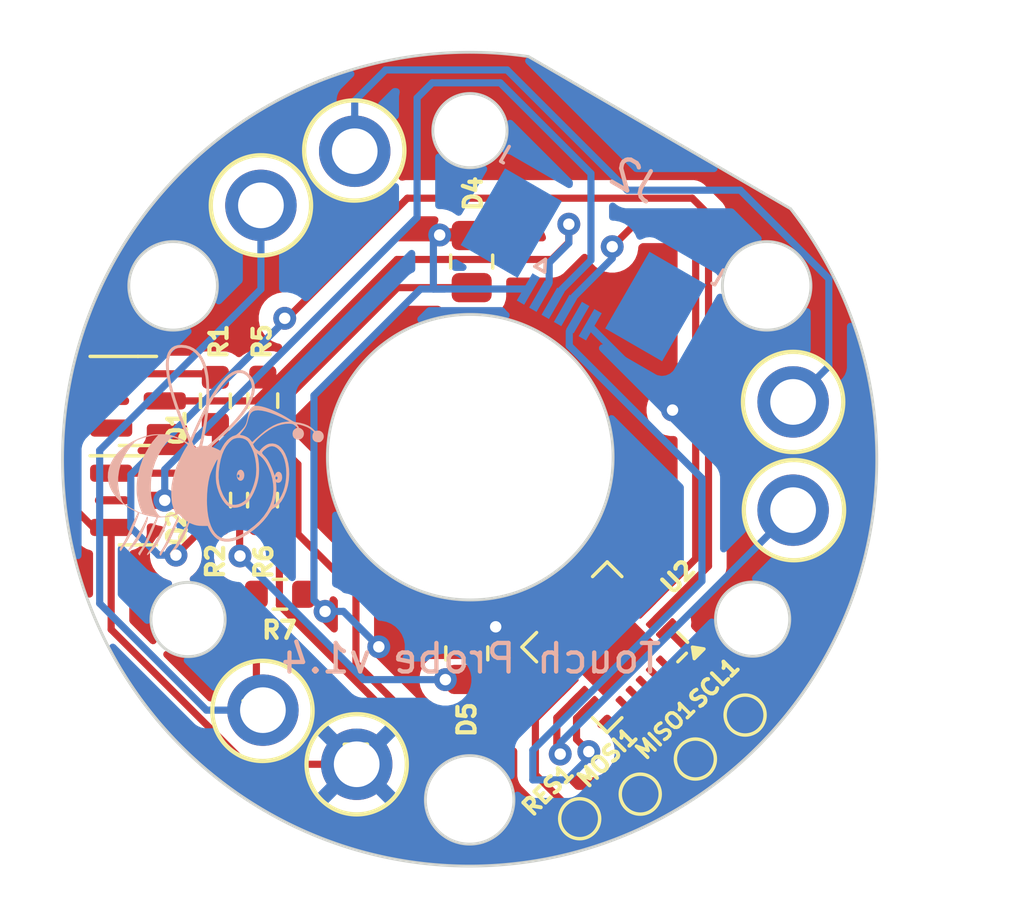
<source format=kicad_pcb>
(kicad_pcb (version 20241229) (generator "pcbnew") (generator_version "9.0")
  (layers (0 "F.Cu" signal) (2 "B.Cu" signal) (13 "F.Paste" user) (15 "B.Paste" user) (5 "F.SilkS" user "F.Silkscreen") (7 "B.SilkS" user "B.Silkscreen") (1 "F.Mask" user) (3 "B.Mask" user) (25 "Edge.Cuts" user))
  (net 0 "")
  (net 1 "+3.3V")
  (net 2 "GND")
  (net 3 "Net-(D4-K)")
  (net 4 "Net-(D5-A)")
  (net 5 "Net-(U2-PA5)")
  (net 6 "Net-(U2-PA6)")
  (net 7 "Net-(Q1-B)")
  (net 8 "Net-(Q2-B)")
  (net 9 "Net-(U2-XTAL1{slash}PB0)")
  (net 10 "Net-(U2-PA3)")
  (net 11 "Net-(U2-XTAL2{slash}PB1)")
  (net 12 "Net-(U2-~{RESET}{slash}PB3)")
  (net 13 "Net-(U2-PA4)")
  (net 17 "/PAD1")
  (net 23 "Net-(J2-Pin_5)")
  (net 24 "Net-(J2-Pin_3)")
  (net 25 "Net-(J2-Pin_4)")
  (net 26 "Net-(J2-Pin_2)")
  (footprint "Resistor_SMD:R_0805_2012Metric" (layer "F.Cu") (at 99.88 106.87 -90)
    (property "Reference" "D5" (at 2.32 0 90) (layer "F.SilkS") (effects (font (size 0.6 0.6))))
    (property "Value" "LED")
    (pad "1" smd roundrect (at -0.9125 0 270) (size 1.025 1.4) (layers "F.Cu" "F.Mask" "F.Paste") (roundrect_rratio 0.243902439) (net 2 "GND"))
    (pad "2" smd roundrect (at 0.9125 0 270) (size 1.025 1.4) (layers "F.Cu" "F.Mask" "F.Paste") (roundrect_rratio 0.243902439) (net 4 "Net-(D5-A)"))
  )
  (footprint "Package_TO_SOT_SMD:SOT-23" (layer "F.Cu") (at 88.37 98.03)
    (property "Reference" "Q1" (at 1.36 0.94 90) (layer "F.SilkS") (effects (font (size 0.6 0.6))))
    (property "Value" "PMST2222")
    (pad "1" smd roundrect (at -0.9375 -0.95) (size 1.475 0.6) (layers "F.Cu" "F.Mask" "F.Paste") (net 7 "Net-(Q1-B)"))
    (pad "2" smd roundrect (at -0.9375 0.95) (size 1.475 0.6) (layers "F.Cu" "F.Mask" "F.Paste") (net 2 "GND"))
    (pad "3" smd roundrect (at 0.9375 0) (size 1.475 0.6) (layers "F.Cu" "F.Mask" "F.Paste") (net 26 "Net-(J2-Pin_2)"))
  )
  (footprint "" (layer "F.Cu") (at 111.3 98.06495)
    (property "Reference" "" (at 0 0 0) (layer "F.SilkS") (effects (font (size 1.27 1.27))))
    (property "Value" "" (at 0 0 0) (layer "F.SilkS") (effects (font (size 1.27 1.27))))
    (pad "1" thru_hole circle (at 0 0) (size 2.5 2.5) (drill 1.6) (layers "*.Cu" "*.Mask") (net 17 "/PAD1"))
  )
  (footprint "" (layer "F.Cu") (at 92.674198 91.181438)
    (property "Reference" "1" (at 0 0 0) (layer "F.SilkS") (effects (font (size 1.27 1.27))))
    (property "Value" "" (at 0 0 0) (layer "F.SilkS") (effects (font (size 1.27 1.27))))
    (pad "1" thru_hole circle (at 0 0) (size 2.5 2.5) (drill 1.6) (layers "*.Cu" "*.Mask") (net 17 "/PAD1"))
  )
  (footprint "" (layer "F.Cu") (at 96.025802 110.753612)
    (property "Reference" "3" (at 0 0 0) (layer "F.SilkS") (effects (font (size 1.27 1.27))))
    (property "Value" "" (at 0 0 0) (layer "F.SilkS") (effects (font (size 1.27 1.27))))
    (pad "1" thru_hole circle (at 0 0) (size 2.5 2.5) (drill 1.6) (layers "*.Cu" "*.Mask") (net 2 "GND"))
  )
  (footprint "Resistor_SMD:R_0603_1608Metric" (layer "F.Cu") (at 92.73 101.505 90)
    (property "Reference" "R6" (at -2.16 0.04 90) (layer "F.SilkS") (effects (font (size 0.6 0.6))))
    (property "Value" "R39")
    (pad "1" smd roundrect (at -0.825 0 90) (size 0.8 0.95) (layers "F.Cu" "F.Mask" "F.Paste") (net 11 "Net-(U2-XTAL2{slash}PB1)"))
    (pad "2" smd roundrect (at 0.825 0 90) (size 0.8 0.95) (layers "F.Cu" "F.Mask" "F.Paste") (net 4 "Net-(D5-A)"))
  )
  (footprint "Package_TO_SOT_SMD:SOT-23" (layer "F.Cu") (at 88.37 101.51)
    (property "Reference" "Q2" (at 1.35 0.97 90) (layer "F.SilkS") (effects (font (size 0.6 0.6))))
    (property "Value" "PMST2222")
    (pad "1" smd roundrect (at -0.9375 -0.95) (size 1.475 0.6) (layers "F.Cu" "F.Mask" "F.Paste") (net 8 "Net-(Q2-B)"))
    (pad "2" smd roundrect (at -0.9375 0.95) (size 1.475 0.6) (layers "F.Cu" "F.Mask" "F.Paste") (net 2 "GND"))
    (pad "3" smd roundrect (at 0.9375 0) (size 1.475 0.6) (layers "F.Cu" "F.Mask" "F.Paste") (net 24 "Net-(J2-Pin_3)"))
  )
  (footprint "Resistor_SMD:R_0603_1608Metric" (layer "F.Cu") (at 91.09 101.5 90)
    (property "Reference" "R2" (at -2.15 -0.01 90) (layer "F.SilkS") (effects (font (size 0.6 0.6))))
    (property "Value" "R39")
    (pad "1" smd roundrect (at -0.825 0 90) (size 0.8 0.95) (layers "F.Cu" "F.Mask" "F.Paste") (net 10 "Net-(U2-PA3)"))
    (pad "2" smd roundrect (at 0.825 0 90) (size 0.8 0.95) (layers "F.Cu" "F.Mask" "F.Paste") (net 8 "Net-(Q2-B)"))
  )
  (footprint "Package_DFN_QFN:QFN-20-1EP_4x4mm_P0.5mm_EP2.6x2.6mm" (layer "F.Cu") (at 104.794074 106.651713 -135)
    (property "Reference" "U2" (at -3.490128 -0.019544 45) (layer "F.SilkS") (effects (font (size 0.6 0.6))))
    (property "Value" "ATtiny84-20M")
    (pad "1" smd roundrect (at -1.925 -1 225) (size 0.85 0.25) (layers "F.Cu" "F.Mask" "F.Paste") (net 13 "Net-(U2-PA4)"))
    (pad "2" smd roundrect (at -1.925 -0.5 225) (size 0.85 0.25) (layers "F.Cu" "F.Mask" "F.Paste") (net 10 "Net-(U2-PA3)"))
    (pad "3" smd roundrect (at -1.925001 0 225) (size 0.85 0.25) (layers "F.Cu" "F.Mask" "F.Paste") (net 25 "Net-(J2-Pin_4)"))
    (pad "4" smd roundrect (at -1.925 0.5 225) (size 0.85 0.25) (layers "F.Cu" "F.Mask" "F.Paste"))
    (pad "5" smd roundrect (at -1.925 1 225) (size 0.85 0.25) (layers "F.Cu" "F.Mask" "F.Paste"))
    (pad "6" smd roundrect (at -1 1.925 225) (size 0.25 0.85) (layers "F.Cu" "F.Mask" "F.Paste"))
    (pad "7" smd roundrect (at -0.5 1.925 225) (size 0.25 0.85) (layers "F.Cu" "F.Mask" "F.Paste"))
    (pad "8" smd roundrect (at 0 1.925001 225) (size 0.25 0.85) (layers "F.Cu" "F.Mask" "F.Paste") (net 2 "GND"))
    (pad "9" smd roundrect (at 0.5 1.925 225) (size 0.25 0.85) (layers "F.Cu" "F.Mask" "F.Paste") (net 1 "+3.3V"))
    (pad "10" smd roundrect (at 1 1.925 225) (size 0.25 0.85) (layers "F.Cu" "F.Mask" "F.Paste"))
    (pad "11" smd roundrect (at 1.925 1 225) (size 0.85 0.25) (layers "F.Cu" "F.Mask" "F.Paste") (net 9 "Net-(U2-XTAL1{slash}PB0)"))
    (pad "12" smd roundrect (at 1.925 0.5 225) (size 0.85 0.25) (layers "F.Cu" "F.Mask" "F.Paste") (net 11 "Net-(U2-XTAL2{slash}PB1)"))
    (pad "13" smd roundrect (at 1.925001 0 225) (size 0.85 0.25) (layers "F.Cu" "F.Mask" "F.Paste") (net 12 "Net-(U2-~{RESET}{slash}PB3)"))
    (pad "14" smd roundrect (at 1.925 -0.5 225) (size 0.85 0.25) (layers "F.Cu" "F.Mask" "F.Paste") (net 17 "/PAD1"))
    (pad "15" smd roundrect (at 1.925 -1 225) (size 0.85 0.25) (layers "F.Cu" "F.Mask" "F.Paste") (net 23 "Net-(J2-Pin_5)"))
    (pad "16" smd roundrect (at 1 -1.925 225) (size 0.25 0.85) (layers "F.Cu" "F.Mask" "F.Paste") (net 6 "Net-(U2-PA6)"))
    (pad "17" smd roundrect (at 0.5 -1.925 225) (size 0.25 0.85) (layers "F.Cu" "F.Mask" "F.Paste"))
    (pad "18" smd roundrect (at 0 -1.925001 225) (size 0.25 0.85) (layers "F.Cu" "F.Mask" "F.Paste"))
    (pad "19" smd roundrect (at -0.5 -1.925 225) (size 0.25 0.85) (layers "F.Cu" "F.Mask" "F.Paste"))
    (pad "20" smd roundrect (at -1 -1.925 225) (size 0.25 0.85) (layers "F.Cu" "F.Mask" "F.Paste") (net 5 "Net-(U2-PA5)"))
    (pad "21" smd rect (at 0 0 225) (size 2.6 2.6) (property pad_prop_heatsink) (layers "F.Cu" "F.Mask") (net 2 "GND"))
  )
  (footprint "TestPoint:TestPoint_Pad_D1.0mm" (layer "F.Cu") (at 107.88 110.57 180)
    (property "Reference" "MISO1" (at 1.05 1.03 45) (layer "F.SilkS") (effects (font (size 0.55 0.55) (thickness 0.125))))
    (property "Value" "PB1")
    (pad "1" smd circle (at 0 0 180) (size 1 1) (layers "F.Cu" "F.Mask") (net 5 "Net-(U2-PA5)"))
  )
  (footprint "Resistor_SMD:R_0603_1608Metric" (layer "F.Cu") (at 93.34 104.8)
    (property "Reference" "R7" (at -0.017678 1.255115 0) (layer "F.SilkS") (effects (font (size 0.6 0.6))))
    (property "Value" "R10M")
    (pad "1" smd roundrect (at -0.825 0) (size 0.8 0.95) (layers "F.Cu" "F.Mask" "F.Paste") (net 17 "/PAD1"))
    (pad "2" smd roundrect (at 0.825 0) (size 0.8 0.95) (layers "F.Cu" "F.Mask" "F.Paste") (net 1 "+3.3V"))
  )
  (footprint "" (layer "F.Cu") (at 95.956434 89.286438 120)
    (property "Reference" "2" (at 0 0 120) (layer "F.SilkS") (effects (font (size 1.27 1.27))))
    (property "Value" "" (at 0 0 120) (layer "F.SilkS") (effects (font (size 1.27 1.27))))
    (pad "1" thru_hole circle (at 0 0 120) (size 2.5 2.5) (drill 1.6) (layers "*.Cu" "*.Mask") (net 17 "/PAD1"))
  )
  (footprint "" (layer "F.Cu") (at 92.743566 108.858612 -120)
    (property "Reference" "4" (at 0 0 60) (layer "F.SilkS") (effects (font (size 1.27 1.27))))
    (property "Value" "" (at 0 0 60) (layer "F.SilkS") (effects (font (size 1.27 1.27))))
    (pad "1" thru_hole circle (at 0 0 240) (size 2.5 2.5) (drill 1.6) (layers "*.Cu" "*.Mask") (net 17 "/PAD1"))
  )
  (footprint "TestPoint:TestPoint_Pad_D1.0mm" (layer "F.Cu") (at 105.95 111.8 180)
    (property "Reference" "MOSI1" (at 1.15 1.28 45) (layer "F.SilkS") (effects (font (size 0.55 0.55) (thickness 0.1375))))
    (property "Value" "PB0")
    (pad "1" smd circle (at 0 0 180) (size 1 1) (layers "F.Cu" "F.Mask") (net 6 "Net-(U2-PA6)"))
  )
  (footprint "" (layer "F.Cu") (at 111.3 101.85495)
    (property "Reference" "" (at 0 0 0) (layer "F.SilkS") (effects (font (size 1.27 1.27))))
    (property "Value" "" (at 0 0 0) (layer "F.SilkS") (effects (font (size 1.27 1.27))))
    (pad "1" thru_hole circle (at 0 0) (size 2.5 2.5) (drill 1.6) (layers "*.Cu" "*.Mask") (net 17 "/PAD1"))
  )
  (footprint "Resistor_SMD:R_0603_1608Metric" (layer "F.Cu") (at 92.74 98.02 -90)
    (property "Reference" "R5" (at -2.07 0.03 90) (layer "F.SilkS") (effects (font (size 0.6 0.6))))
    (property "Value" "R39")
    (pad "1" smd roundrect (at -0.825 0 270) (size 0.8 0.95) (layers "F.Cu" "F.Mask" "F.Paste") (net 26 "Net-(J2-Pin_2)"))
    (pad "2" smd roundrect (at 0.825 0 270) (size 0.8 0.95) (layers "F.Cu" "F.Mask" "F.Paste") (net 3 "Net-(D4-K)"))
  )
  (footprint "Resistor_SMD:R_0805_2012Metric" (layer "F.Cu") (at 100.05 93.15 90)
    (property "Reference" "D4" (at 2.38 0.05 90) (layer "F.SilkS") (effects (font (size 0.6 0.6))))
    (property "Value" "LED")
    (pad "1" smd roundrect (at -0.9125 0 90) (size 1.025 1.4) (layers "F.Cu" "F.Mask" "F.Paste") (roundrect_rratio 0.243902439) (net 3 "Net-(D4-K)"))
    (pad "2" smd roundrect (at 0.9125 0 90) (size 1.025 1.4) (layers "F.Cu" "F.Mask" "F.Paste") (roundrect_rratio 0.243902439) (net 1 "+3.3V"))
  )
  (footprint "Resistor_SMD:R_0603_1608Metric" (layer "F.Cu") (at 91.08 98.03 90)
    (property "Reference" "R1" (at 2.08 0.12 90) (layer "F.SilkS") (effects (font (size 0.6 0.6))))
    (property "Value" "R39")
    (pad "1" smd roundrect (at -0.825 0 90) (size 0.8 0.95) (layers "F.Cu" "F.Mask" "F.Paste") (net 9 "Net-(U2-XTAL1{slash}PB0)"))
    (pad "2" smd roundrect (at 0.825 0 90) (size 0.8 0.95) (layers "F.Cu" "F.Mask" "F.Paste") (net 7 "Net-(Q1-B)"))
  )
  (footprint "TestPoint:TestPoint_Pad_D1.0mm" (layer "F.Cu") (at 103.83 112.66 180)
    (property "Reference" "RES1" (at 1.11 1 45) (layer "F.SilkS") (effects (font (size 0.55 0.55) (thickness 0.1375))))
    (property "Value" "PB5")
    (pad "1" smd circle (at 0 0 180) (size 1 1) (layers "F.Cu" "F.Mask") (net 12 "Net-(U2-~{RESET}{slash}PB3)"))
  )
  (footprint "TestPoint:TestPoint_Pad_D1.0mm" (layer "F.Cu") (at 109.62 109.03 180)
    (property "Reference" "SCL1" (at 1.08 1.12 45) (layer "F.SilkS") (effects (font (size 0.55 0.55) (thickness 0.1375))))
    (property "Value" "PB2")
    (pad "1" smd circle (at 0 0 180) (size 1 1) (layers "F.Cu" "F.Mask") (net 13 "Net-(U2-PA4)"))
  )
  (footprint "Connector_FFC-FPC:TE_0-1734839-6_1x06-1MP_P0.5mm_Horizontal" (layer "B.Cu") (at 103.790001 93.566744 -30)
    (property "Reference" "J2" (at 0.067697 -3.822743 150) (layer "B.SilkS") (effects (justify mirror)))
    (property "Value" "Conn_01x06")
    (pad "1" smd rect (at -1.25 1.350001 330) (size 0.3 1.1) (layers "B.Cu" "B.Mask" "B.Paste") (net 1 "+3.3V"))
    (pad "2" smd rect (at -0.749999 1.349999 330) (size 0.3 1.1) (layers "B.Cu" "B.Mask" "B.Paste") (net 26 "Net-(J2-Pin_2)"))
    (pad "3" smd rect (at -0.250001 1.35 330) (size 0.3 1.1) (layers "B.Cu" "B.Mask" "B.Paste") (net 24 "Net-(J2-Pin_3)"))
    (pad "4" smd rect (at 0.250001 1.35 330) (size 0.3 1.1) (layers "B.Cu" "B.Mask" "B.Paste") (net 25 "Net-(J2-Pin_4)"))
    (pad "5" smd rect (at 0.750001 1.349999 330) (size 0.3 1.1) (layers "B.Cu" "B.Mask" "B.Paste") (net 23 "Net-(J2-Pin_5)"))
    (pad "6" smd rect (at 1.249999 1.350001 330) (size 0.3 1.1) (layers "B.Cu" "B.Mask" "B.Paste") (net 2 "GND"))
    (pad "MP" smd rect (at -2.92 -0.35 330) (size 2.3 3.1) (layers "B.Cu" "B.Mask" "B.Paste"))
    (pad "MP" smd rect (at 2.92 -0.35 330) (size 2.3 3.1) (layers "B.Cu" "B.Mask" "B.Paste"))
  )
  (footprint "LOGO" (layer "B.Cu") (at 90.98 99.84 180)
    (property "Reference" " " (at 6.56 4.83 0) (layer "F.SilkS") (effects (font (size 1.524 1.524) (thickness 0.3))))
    (property "Value" "Touch Probe v1.4" (at -9.05 -7.21 0) (layer "B.SilkS") (effects (justify mirror)))
  )
  (gr_circle (center 95.941434 89.260457) (end 97.696484 89.260457) (stroke (width 0.15)) (fill no) (layer "F.SilkS"))
  (gr_circle (center 111.33 101.85495) (end 113.08505 101.85495) (stroke (width 0.15)) (fill no) (layer "F.SilkS"))
  (gr_circle (center 111.3 98.06495) (end 113.05505 98.06495) (stroke (width 0.15)) (fill no) (layer "F.SilkS"))
  (gr_circle (center 96.025802 110.753612) (end 97.780852 110.753612) (stroke (width 0.15)) (fill no) (layer "F.SilkS"))
  (gr_circle (center 92.728566 108.884593) (end 94.483616 108.884593) (stroke (width 0.15)) (fill no) (layer "F.SilkS"))
  (gr_circle (center 92.674198 91.181438) (end 94.429248 91.181438) (stroke (width 0.15)) (fill no) (layer "F.SilkS"))
  (gr_circle (center 100 100) (end 105 100) (stroke (width 0.1)) (fill no) (layer "Edge.Cuts"))
  (gr_circle (center 110.375 94) (end 111.925 94) (stroke (width 0.1)) (fill no) (layer "Edge.Cuts"))
  (gr_circle (center 109.88291 105.670391) (end 111.18291 105.670391) (stroke (width 0.1)) (fill no) (layer "Edge.Cuts"))
  (gr_arc (start 111.21 91.300001) (mid 92.821383 112.389902) (end 102.038429 85.970757) (stroke (width 0.1)) (layer "Edge.Cuts"))
  (gr_circle (center 99.990406 88.563516) (end 101.290406 88.563516) (stroke (width 0.1)) (fill no) (layer "Edge.Cuts"))
  (gr_circle (center 89.6 94) (end 91.15 94) (stroke (width 0.1)) (fill no) (layer "Edge.Cuts"))
  (gr_line (start 102.038429 85.970758) (end 111.21 91.300001) (stroke (width 0.1)) (layer "Edge.Cuts"))
  (gr_circle (center 99.98 112) (end 101.53 112) (stroke (width 0.1)) (fill no) (layer "Edge.Cuts"))
  (gr_circle (center 90.123894 105.684091) (end 91.423894 105.684091) (stroke (width 0.1)) (fill no) (layer "Edge.Cuts"))
  (segment (start 102.361352 105.3) (end 101.67 105.991352) (width 0.25) (layer "F.Cu") (net 1))
  (segment (start 102.735254 105.3) (end 102.361352 105.3) (width 0.25) (layer "F.Cu") (net 1))
  (segment (start 96.8 106.7) (end 96.8 106.64) (width 0.25) (layer "F.Cu") (net 1))
  (segment (start 94.165 104.8) (end 94.32 104.8) (width 0.25) (layer "F.Cu") (net 1))
  (segment (start 97.044 106.944) (end 96.8 106.7) (width 0.25) (layer "F.Cu") (net 1))
  (segment (start 101.466 106.944) (end 97.044 106.944) (width 0.25) (layer "F.Cu") (net 1))
  (segment (start 100.05 92.2375) (end 98.9475 92.2375) (width 0.25) (layer "F.Cu") (net 1))
  (segment (start 103.07934 105.644086) (end 102.735254 105.3) (width 0.25) (layer "F.Cu") (net 1))
  (segment (start 101.67 106.74) (end 101.466 106.944) (width 0.25) (layer "F.Cu") (net 1))
  (segment (start 101.67 105.991352) (end 101.67 106.74) (width 0.25) (layer "F.Cu") (net 1))
  (segment (start 94.32 104.8) (end 94.92 105.4) (width 0.25) (layer "F.Cu") (net 1))
  (segment (start 98.9475 92.2375) (end 98.93 92.22) (width 0.25) (layer "F.Cu") (net 1))
  (via (at 94.92 105.4) (size 0.8) (drill 0.4) (layers "F.Cu" "B.Cu") (net 1))
  (via (at 96.8 106.64) (size 0.8) (drill 0.4) (layers "F.Cu" "B.Cu") (net 1))
  (via (at 98.93 92.22) (size 0.8) (drill 0.4) (layers "F.Cu" "B.Cu") (net 1))
  (segment (start 95.56 105.4) (end 96.8 106.64) (width 0.25) (layer "B.Cu") (net 1))
  (segment (start 99.100879 94.110879) (end 98.71 94.110879) (width 0.25) (layer "B.Cu") (net 1))
  (segment (start 98.71 94.110879) (end 98.71 92.44) (width 0.25) (layer "B.Cu") (net 1))
  (segment (start 94.53 97.84) (end 94.53 105.01) (width 0.25) (layer "B.Cu") (net 1))
  (segment (start 98.259121 94.110879) (end 94.53 97.84) (width 0.25) (layer "B.Cu") (net 1))
  (segment (start 94.53 105.01) (end 94.92 105.4) (width 0.25) (layer "B.Cu") (net 1))
  (segment (start 102.032469 94.110879) (end 98.259121 94.110879) (width 0.25) (layer "B.Cu") (net 1))
  (segment (start 94.92 105.4) (end 95.56 105.4) (width 0.25) (layer "B.Cu") (net 1))
  (segment (start 98.71 92.44) (end 98.93 92.22) (width 0.25) (layer "B.Cu") (net 1))
  (segment (start 103.432893 105.290532) (end 104.794074 106.651713) (width 0.25) (layer "F.Cu") (net 2))
  (segment (start 86.23 99.44) (end 86.23 101.88) (width 0.25) (layer "F.Cu") (net 2))
  (segment (start 87.4325 102.46) (end 87.4325 106.0325) (width 0.25) (layer "F.Cu") (net 2))
  (segment (start 103.432893 105.290532) (end 102.992361 104.85) (width 0.25) (layer "F.Cu") (net 2))
  (segment (start 87.4325 98.98) (end 86.69 98.98) (width 0.25) (layer "F.Cu") (net 2))
  (segment (start 87.4325 106.0325) (end 92.153612 110.753612) (width 0.25) (layer "F.Cu") (net 2))
  (segment (start 92.153612 110.753612) (end 96.025802 110.753612) (width 0.25) (layer "F.Cu") (net 2))
  (segment (start 101.98 104.85) (end 100.89 105.94) (width 0.25) (layer "F.Cu") (net 2))
  (segment (start 86.23 101.88) (end 86.81 102.46) (width 0.25) (layer "F.Cu") (net 2))
  (segment (start 102.992361 104.85) (end 101.98 104.85) (width 0.25) (layer "F.Cu") (net 2))
  (segment (start 86.69 98.98) (end 86.23 99.44) (width 0.25) (layer "F.Cu") (net 2))
  (segment (start 86.81 102.46) (end 87.4325 102.46) (width 0.25) (layer "F.Cu") (net 2))
  (via (at 107.08 98.35) (size 0.8) (drill 0.4) (layers "F.Cu" "B.Cu") (net 2))
  (via (at 100.89 105.94) (size 0.8) (drill 0.4) (layers "F.Cu" "B.Cu") (net 2))
  (segment (start 104.197531 95.426673) (end 107.005429 98.234571) (width 0.25) (layer "B.Cu") (net 2))
  (segment (start 107.03 98.6) (end 107.08 98.55) (width 0.25) (layer "B.Cu") (net 2))
  (segment (start 104.197531 95.360879) (end 104.197531 95.426673) (width 0.25) (layer "B.Cu") (net 2))
  (segment (start 107.08 98.55) (end 107.08 98.35) (width 0.25) (layer "B.Cu") (net 2))
  (segment (start 97.4575 94.0625) (end 92.74 98.78) (width 0.25) (layer "F.Cu") (net 3))
  (segment (start 100.05 94.0625) (end 97.4575 94.0625) (width 0.25) (layer "F.Cu") (net 3))
  (segment (start 92.74 98.78) (end 92.74 98.845) (width 0.25) (layer "F.Cu") (net 3))
  (segment (start 91.929 103.449) (end 91.94 103.46) (width 0.25) (layer "F.Cu") (net 4))
  (segment (start 91.929 101.481) (end 91.929 103.449) (width 0.25) (layer "F.Cu") (net 4))
  (segment (start 92.73 100.68) (end 91.929 101.481) (width 0.25) (layer "F.Cu") (net 4))
  (via (at 99.13 107.79) (size 0.8) (drill 0.4) (layers "F.Cu" "B.Cu") (net 4))
  (via (at 91.94 103.46) (size 0.8) (drill 0.4) (layers "F.Cu" "B.Cu") (net 4))
  (segment (start 99.13 107.79) (end 96.27 107.79) (width 0.25) (layer "B.Cu") (net 4))
  (segment (start 96.27 107.79) (end 91.94 103.46) (width 0.25) (layer "B.Cu") (net 4))
  (segment (start 107.88 108.323426) (end 107.88 110.57) (width 0.25) (layer "F.Cu") (net 5))
  (segment (start 106.862361 107.305787) (end 107.88 108.323426) (width 0.25) (layer "F.Cu") (net 5))
  (segment (start 106.34 111.41) (end 106.34 109.611852) (width 0.25) (layer "F.Cu") (net 6))
  (segment (start 106.34 109.611852) (end 105.448148 108.72) (width 0.25) (layer "F.Cu") (net 6))
  (segment (start 105.95 111.8) (end 106.34 111.41) (width 0.25) (layer "F.Cu") (net 6))
  (segment (start 90.955 97.08) (end 91.08 97.205) (width 0.25) (layer "F.Cu") (net 7))
  (segment (start 87.4325 97.08) (end 90.955 97.08) (width 0.25) (layer "F.Cu") (net 7))
  (segment (start 89.887322 100.675) (end 91.09 100.675) (width 0.25) (layer "F.Cu") (net 8))
  (segment (start 87.4325 100.56) (end 89.772322 100.56) (width 0.25) (layer "F.Cu") (net 8))
  (segment (start 89.772322 100.56) (end 89.887322 100.675) (width 0.25) (layer "F.Cu") (net 8))
  (segment (start 91.17 99.78) (end 91.08 99.69) (width 0.25) (layer "F.Cu") (net 9))
  (segment (start 93.97 102.69) (end 93.97 100.25) (width 0.25) (layer "F.Cu") (net 9))
  (segment (start 93.5 99.78) (end 91.17 99.78) (width 0.25) (layer "F.Cu") (net 9))
  (segment (start 93.97 100.25) (end 93.5 99.78) (width 0.25) (layer "F.Cu") (net 9))
  (segment (start 91.08 99.69) (end 91.08 98.855) (width 0.25) (layer "F.Cu") (net 9))
  (segment (start 102.725787 107.305787) (end 102.724213 107.305787) (width 0.25) (layer "F.Cu") (net 9))
  (segment (start 100.58 109.45) (end 98.236396 109.45) (width 0.25) (layer "F.Cu") (net 9))
  (segment (start 96 104.72) (end 93.97 102.69) (width 0.25) (layer "F.Cu") (net 9))
  (segment (start 102.724213 107.305787) (end 100.58 109.45) (width 0.25) (layer "F.Cu") (net 9))
  (segment (start 98.236396 109.45) (end 96 107.213604) (width 0.25) (layer "F.Cu") (net 9))
  (segment (start 96 107.213604) (end 96 104.72) (width 0.25) (layer "F.Cu") (net 9))
  (segment (start 91.09 102.325) (end 90.805 102.325) (width 0.25) (layer "F.Cu") (net 10))
  (segment (start 97.8 90.93) (end 93.593008 95.136992) (width 0.25) (layer "F.Cu") (net 10))
  (segment (start 106.508808 105.644086) (end 108.34 103.812894) (width 0.25) (layer "F.Cu") (net 10))
  (segment (start 108.34 91.5) (end 107.77 90.93) (width 0.25) (layer "F.Cu") (net 10))
  (segment (start 108.34 103.812894) (end 108.34 91.5) (width 0.25) (layer "F.Cu") (net 10))
  (segment (start 93.593008 95.136992) (end 93.506992 95.136992) (width 0.25) (layer "F.Cu") (net 10))
  (segment (start 107.77 90.93) (end 97.8 90.93) (width 0.25) (layer "F.Cu") (net 10))
  (segment (start 90.805 102.325) (end 89.7 103.43) (width 0.25) (layer "F.Cu") (net 10))
  (via (at 89.7 103.43) (size 0.8) (drill 0.4) (layers "F.Cu" "B.Cu") (net 10))
  (via (at 93.506992 95.136992) (size 0.8) (drill 0.4) (layers "F.Cu" "B.Cu") (net 10))
  (segment (start 89.7 103.43) (end 89.09 103.43) (width 0.25) (layer "B.Cu") (net 10))
  (segment (start 88.12 100.61) (end 93.506992 95.223008) (width 0.25) (layer "B.Cu") (net 10))
  (segment (start 88.12 102.46) (end 88.12 100.61) (width 0.25) (layer "B.Cu") (net 10))
  (segment (start 93.506992 95.223008) (end 93.506992 95.136992) (width 0.25) (layer "B.Cu") (net 10))
  (segment (start 89.09 103.43) (end 88.12 102.46) (width 0.25) (layer "B.Cu") (net 10))
  (segment (start 98.05 109.9) (end 93.751 105.601) (width 0.25) (layer "F.Cu") (net 11))
  (segment (start 93.085 102.325) (end 92.61 102.325) (width 0.25) (layer "F.Cu") (net 11))
  (segment (start 93.32 105.179418) (end 93.32 102.56) (width 0.25) (layer "F.Cu") (net 11))
  (segment (start 93.741582 105.601) (end 93.32 105.179418) (width 0.25) (layer "F.Cu") (net 11))
  (segment (start 103.07934 107.65934) (end 100.83868 109.9) (width 0.25) (layer "F.Cu") (net 11))
  (segment (start 93.32 102.56) (end 93.085 102.325) (width 0.25) (layer "F.Cu") (net 11))
  (segment (start 93.751 105.601) (end 93.741582 105.601) (width 0.25) (layer "F.Cu") (net 11))
  (segment (start 100.83868 109.9) (end 98.05 109.9) (width 0.25) (layer "F.Cu") (net 11))
  (segment (start 103.432893 108.012894) (end 102.28 109.165787) (width 0.25) (layer "F.Cu") (net 12))
  (segment (start 102.28 111.11) (end 103.83 112.66) (width 0.25) (layer "F.Cu") (net 12))
  (segment (start 102.28 109.165787) (end 102.28 111.11) (width 0.25) (layer "F.Cu") (net 12))
  (segment (start 106.862361 105.997639) (end 109.62 108.755278) (width 0.25) (layer "F.Cu") (net 13))
  (segment (start 109.62 108.755278) (end 109.62 109.03) (width 0.25) (layer "F.Cu") (net 13))
  (segment (start 92.75 108.76) (end 92.75 108.751292) (width 0.25) (layer "F.Cu") (net 17))
  (segment (start 92.515 104.8) (end 92.515 108.630046) (width 0.25) (layer "F.Cu") (net 17))
  (segment (start 111.3 97.74) (end 111.3 98.06495) (width 0.25) (layer "F.Cu") (net 17))
  (segment (start 103.03 109.122894) (end 103.03 110.277564) (width 0.25) (layer "F.Cu") (net 17))
  (segment (start 92.515 108.630046) (end 92.743566 108.858612) (width 0.25) (layer "F.Cu") (net 17))
  (segment (start 103.03 110.277564) (end 103.149226 110.39679) (width 0.25) (layer "F.Cu") (net 17))
  (segment (start 103.786447 108.366447) (end 103.03 109.122894) (width 0.25) (layer "F.Cu") (net 17))
  (segment (start 111.3 98.06495) (end 111.89 97.47495) (width 0.5) (layer "F.Cu") (net 17))
  (via (at 103.149226 110.39679) (size 0.8) (drill 0.4) (layers "F.Cu" "B.Cu") (net 17))
  (segment (start 92.674198 91.181438) (end 92.674198 94.115802) (width 0.25) (layer "B.Cu") (net 17))
  (segment (start 97.035106 86.44) (end 101.29 86.44) (width 0.25) (layer "B.Cu") (net 17))
  (segment (start 90.768612 108.858612) (end 92.743566 108.858612) (width 0.25) (layer "B.Cu") (net 17))
  (segment (start 109.45 90.65) (end 112.549999 93.749999) (width 0.25) (layer "B.Cu") (net 17))
  (segment (start 95.956434 87.518672) (end 97.035106 86.44) (width 0.25) (layer "B.Cu") (net 17))
  (segment (start 87.03 99.76) (end 87.03 105.12) (width 0.25) (layer "B.Cu") (net 17))
  (segment (start 87.03 105.12) (end 90.768612 108.858612) (width 0.25) (layer "B.Cu") (net 17))
  (segment (start 111.3 101.85495) (end 103.149226 110.005724) (width 0.25) (layer "B.Cu") (net 17))
  (segment (start 101.29 86.44) (end 105.5 90.65) (width 0.25) (layer "B.Cu") (net 17))
  (segment (start 95.956434 89.286438) (end 95.956434 87.518672) (width 0.25) (layer "B.Cu") (net 17))
  (segment (start 112.549999 96.814951) (end 111.3 98.06495) (width 0.25) (layer "B.Cu") (net 17))
  (segment (start 103.149226 110.005724) (end 103.149226 110.39679) (width 0.25) (layer "B.Cu") (net 17))
  (segment (start 92.674198 94.115802) (end 87.03 99.76) (width 0.25) (layer "B.Cu") (net 17))
  (segment (start 105.5 90.65) (end 109.45 90.65) (width 0.25) (layer "B.Cu") (net 17))
  (segment (start 112.549999 93.749999) (end 112.549999 96.814951) (width 0.25) (layer "B.Cu") (net 17))
  (segment (start 104.14 108.72) (end 103.72 109.14) (width 0.25) (layer "F.Cu") (net 23))
  (segment (start 103.72 109.88) (end 104.15 110.31) (width 0.25) (layer "F.Cu") (net 23))
  (segment (start 103.72 109.14) (end 103.72 109.88) (width 0.25) (layer "F.Cu") (net 23))
  (via (at 104.15 110.31) (size 0.8) (drill 0.4) (layers "F.Cu" "B.Cu") (net 23))
  (segment (start 104.15 110.31) (end 104.15 110.53) (width 0.25) (layer "B.Cu") (net 23))
  (segment (start 102.19 111.3) (end 102.19 110.26) (width 0.25) (layer "B.Cu") (net 23))
  (segment (start 103.38 111.3) (end 102.19 111.3) (width 0.25) (layer "B.Cu") (net 23))
  (segment (start 104.15 110.53) (end 103.38 111.3) (width 0.25) (layer "B.Cu") (net 23))
  (segment (start 108.11 100.74) (end 103.466627 96.096627) (width 0.25) (layer "B.Cu") (net 23))
  (segment (start 108.11 104.34) (end 108.11 100.74) (width 0.25) (layer "B.Cu") (net 23))
  (segment (start 103.466627 96.096627) (end 103.466627 95.593012) (width 0.25) (layer "B.Cu") (net 23))
  (segment (start 102.19 110.26) (end 108.11 104.34) (width 0.25) (layer "B.Cu") (net 23))
  (segment (start 89.3075 101.51) (end 89.3075 101.509998) (width 0.25) (layer "F.Cu") (net 24))
  (via (at 89.3075 101.509998) (size 0.8) (drill 0.4) (layers "F.Cu" "B.Cu") (net 24))
  (segment (start 103.196387 94.128748) (end 104.225 93.100135) (width 0.25) (layer "B.Cu") (net 24))
  (segment (start 101.05 86.89) (end 98.67 86.89) (width 0.25) (layer "B.Cu") (net 24))
  (segment (start 98.14 87.42) (end 98.14 91.6) (width 0.25) (layer "B.Cu") (net 24))
  (segment (start 98.14 91.6) (end 89.3075 100.4325) (width 0.25) (layer "B.Cu") (net 24))
  (segment (start 104.225 93.100135) (end 104.225 90.065) (width 0.25) (layer "B.Cu") (net 24))
  (segment (start 104.225 90.065) (end 101.05 86.89) (width 0.25) (layer "B.Cu") (net 24))
  (segment (start 98.67 86.89) (end 98.14 87.42) (width 0.25) (layer "B.Cu") (net 24))
  (segment (start 89.3075 100.4325) (end 89.3075 101.509998) (width 0.25) (layer "B.Cu") (net 24))
  (segment (start 105.726741 91.87) (end 104.969184 92.627557) (width 0.25) (layer "F.Cu") (net 25))
  (segment (start 107.89 92.22) (end 107.54 91.87) (width 0.25) (layer "F.Cu") (net 25))
  (segment (start 106.155255 105.290532) (end 107.89 103.555787) (width 0.25) (layer "F.Cu") (net 25))
  (segment (start 107.54 91.87) (end 105.726741 91.87) (width 0.25) (layer "F.Cu") (net 25))
  (segment (start 107.89 103.555787) (end 107.89 92.22) (width 0.25) (layer "F.Cu") (net 25))
  (via (at 104.969184 92.627557) (size 0.8) (drill 0.4) (layers "F.Cu" "B.Cu") (net 25))
  (segment (start 104.969184 93.038964) (end 104.969184 92.627557) (width 0.25) (layer "B.Cu") (net 25))
  (segment (start 103.629398 94.378749) (end 104.969184 93.038964) (width 0.25) (layer "B.Cu") (net 25))
  (segment (start 103.45 92.48) (end 103.45 91.84) (width 0.25) (layer "F.Cu") (net 26))
  (segment (start 89.3075 98.03) (end 92.483604 98.03) (width 0.25) (layer "F.Cu") (net 26))
  (segment (start 92.483604 98.03) (end 97.437604 93.076) (width 0.25) (layer "F.Cu") (net 26))
  (segment (start 102.854 93.076) (end 103.45 92.48) (width 0.25) (layer "F.Cu") (net 26))
  (segment (start 97.437604 93.076) (end 102.854 93.076) (width 0.25) (layer "F.Cu") (net 26))
  (via (at 103.45 91.84) (size 0.8) (drill 0.4) (layers "F.Cu" "B.Cu") (net 26))
  (segment (start 103.45 92.501005) (end 103.45 91.84) (width 0.25) (layer "B.Cu") (net 26))
  (segment (start 102.763373 93.878747) (end 102.763373 93.187632) (width 0.25) (layer "B.Cu") (net 26))
  (segment (start 102.763373 93.187632) (end 103.45 92.501005) (width 0.25) (layer "B.Cu") (net 26))
  (zone (net 1) (net_name "+3.3V") (layer "F.Cu") (connect_pads (clearance 0.508)) (min_thickness 0.254) (fill yes (thermal_gap 0.508) (thermal_bridge_width 0.508) (island_removal_mode 1) (island_area_min 0))
    (polygon (pts (xy 119.2 84.11) (xy 119.39 116.14) (xy 83.58 115.96) (xy 83.89 83.99)))
  )
  (zone (net 2) (net_name "GND") (layer "B.Cu") (connect_pads (clearance 0.508)) (min_thickness 0.254) (fill yes (thermal_gap 0.508) (thermal_bridge_width 0.508) (island_removal_mode 1) (island_area_min 0))
    (polygon (pts (xy 119.4 116.28) (xy 83.58 116.05) (xy 83.92 84.12) (xy 119.28 84.12)))
  )
)
</source>
